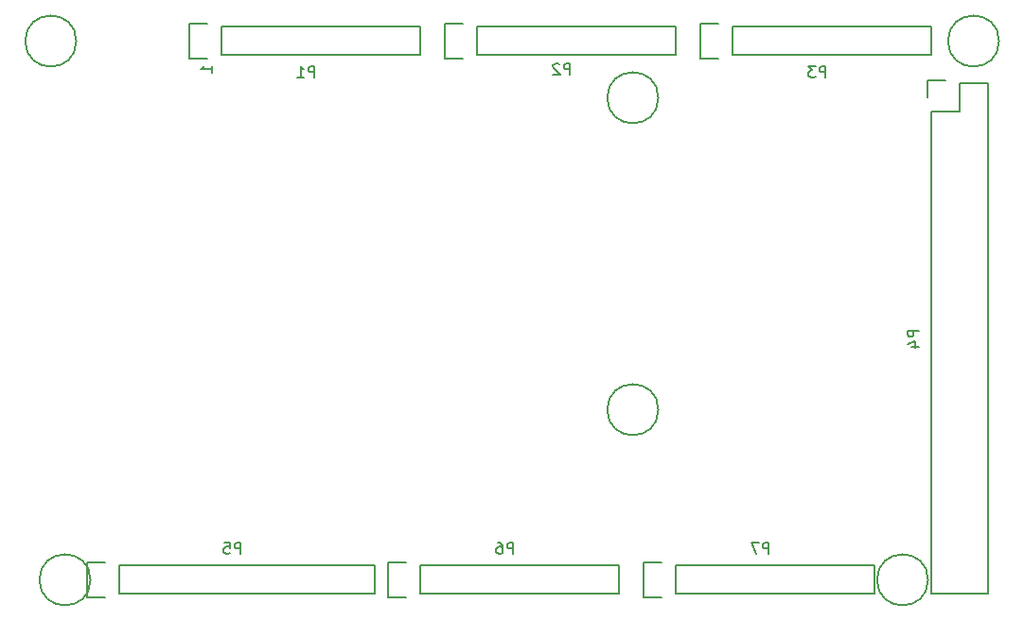
<source format=gbr>
G04 #@! TF.GenerationSoftware,KiCad,Pcbnew,(5.0.0-rc3)*
G04 #@! TF.CreationDate,2018-09-21T21:08:00-07:00*
G04 #@! TF.ProjectId,PCV MATOME MAIN V5-KICAD 5.0,504356204D41544F4D45204D41494E20,rev?*
G04 #@! TF.SameCoordinates,Original*
G04 #@! TF.FileFunction,Legend,Bot*
G04 #@! TF.FilePolarity,Positive*
%FSLAX46Y46*%
G04 Gerber Fmt 4.6, Leading zero omitted, Abs format (unit mm)*
G04 Created by KiCad (PCBNEW (5.0.0-rc3)) date 09/21/18 21:08:00*
%MOMM*%
%LPD*%
G01*
G04 APERTURE LIST*
%ADD10C,0.150000*%
G04 APERTURE END LIST*
D10*
X131761896Y-73758223D02*
X131761896Y-73186794D01*
X131761896Y-73472509D02*
X130761896Y-73472509D01*
X130904754Y-73377270D01*
X130999992Y-73282032D01*
X131047611Y-73186794D01*
G04 #@! TO.C,P4*
X201159516Y-74742509D02*
X201159516Y-120462509D01*
X196079516Y-120462509D02*
X196079516Y-77282509D01*
X201159516Y-120462509D02*
X196079516Y-120462509D01*
X201159516Y-74742509D02*
X198619516Y-74742509D01*
X195799516Y-76012509D02*
X195799516Y-74462509D01*
X198619516Y-74742509D02*
X198619516Y-77282509D01*
X198619516Y-77282509D02*
X196079516Y-77282509D01*
X195799516Y-74462509D02*
X197349516Y-74462509D01*
G04 #@! TO.C,P1*
X132579516Y-69662509D02*
X150359516Y-69662509D01*
X150359516Y-69662509D02*
X150359516Y-72202509D01*
X150359516Y-72202509D02*
X132579516Y-72202509D01*
X129759516Y-69382509D02*
X131309516Y-69382509D01*
X132579516Y-69662509D02*
X132579516Y-72202509D01*
X131309516Y-72482509D02*
X129759516Y-72482509D01*
X129759516Y-72482509D02*
X129759516Y-69382509D01*
G04 #@! TO.C,P2*
X155439516Y-69662509D02*
X173219516Y-69662509D01*
X173219516Y-69662509D02*
X173219516Y-72202509D01*
X173219516Y-72202509D02*
X155439516Y-72202509D01*
X152619516Y-69382509D02*
X154169516Y-69382509D01*
X155439516Y-69662509D02*
X155439516Y-72202509D01*
X154169516Y-72482509D02*
X152619516Y-72482509D01*
X152619516Y-72482509D02*
X152619516Y-69382509D01*
G04 #@! TO.C,P3*
X178299516Y-69662509D02*
X196079516Y-69662509D01*
X196079516Y-69662509D02*
X196079516Y-72202509D01*
X196079516Y-72202509D02*
X178299516Y-72202509D01*
X175479516Y-69382509D02*
X177029516Y-69382509D01*
X178299516Y-69662509D02*
X178299516Y-72202509D01*
X177029516Y-72482509D02*
X175479516Y-72482509D01*
X175479516Y-72482509D02*
X175479516Y-69382509D01*
G04 #@! TO.C,P5*
X123435516Y-117922509D02*
X146295516Y-117922509D01*
X146295516Y-117922509D02*
X146295516Y-120462509D01*
X146295516Y-120462509D02*
X123435516Y-120462509D01*
X120615516Y-117642509D02*
X122165516Y-117642509D01*
X123435516Y-117922509D02*
X123435516Y-120462509D01*
X122165516Y-120742509D02*
X120615516Y-120742509D01*
X120615516Y-120742509D02*
X120615516Y-117642509D01*
G04 #@! TO.C,P6*
X150359516Y-117922509D02*
X168139516Y-117922509D01*
X168139516Y-117922509D02*
X168139516Y-120462509D01*
X168139516Y-120462509D02*
X150359516Y-120462509D01*
X147539516Y-117642509D02*
X149089516Y-117642509D01*
X150359516Y-117922509D02*
X150359516Y-120462509D01*
X149089516Y-120742509D02*
X147539516Y-120742509D01*
X147539516Y-120742509D02*
X147539516Y-117642509D01*
G04 #@! TO.C,P7*
X173219516Y-117922509D02*
X190999516Y-117922509D01*
X190999516Y-117922509D02*
X190999516Y-120462509D01*
X190999516Y-120462509D02*
X173219516Y-120462509D01*
X170399516Y-117642509D02*
X171949516Y-117642509D01*
X173219516Y-117922509D02*
X173219516Y-120462509D01*
X171949516Y-120742509D02*
X170399516Y-120742509D01*
X170399516Y-120742509D02*
X170399516Y-117642509D01*
G04 #@! TO.C,P8*
X119625516Y-70932509D02*
G75*
G03X119625516Y-70932509I-2286000J0D01*
G01*
G04 #@! TO.C,P9*
X171695516Y-76012509D02*
G75*
G03X171695516Y-76012509I-2286000J0D01*
G01*
G04 #@! TO.C,P10*
X202175516Y-70932509D02*
G75*
G03X202175516Y-70932509I-2286000J0D01*
G01*
G04 #@! TO.C,P11*
X120895516Y-119192509D02*
G75*
G03X120895516Y-119192509I-2286000J0D01*
G01*
G04 #@! TO.C,P12*
X171695516Y-103952509D02*
G75*
G03X171695516Y-103952509I-2286000J0D01*
G01*
G04 #@! TO.C,P13*
X195825516Y-119192509D02*
G75*
G03X195825516Y-119192509I-2286000J0D01*
G01*
G04 #@! TO.C,P4*
X195007896Y-96864413D02*
X194007896Y-96864413D01*
X194007896Y-97245366D01*
X194055516Y-97340604D01*
X194103135Y-97388223D01*
X194198373Y-97435842D01*
X194341230Y-97435842D01*
X194436468Y-97388223D01*
X194484087Y-97340604D01*
X194531706Y-97245366D01*
X194531706Y-96864413D01*
X194341230Y-98292985D02*
X195007896Y-98292985D01*
X193960277Y-98054889D02*
X194674563Y-97816794D01*
X194674563Y-98435842D01*
G04 #@! TO.C,P1*
X140937611Y-74178889D02*
X140937611Y-73178889D01*
X140556658Y-73178889D01*
X140461420Y-73226509D01*
X140413801Y-73274128D01*
X140366182Y-73369366D01*
X140366182Y-73512223D01*
X140413801Y-73607461D01*
X140461420Y-73655080D01*
X140556658Y-73702699D01*
X140937611Y-73702699D01*
X139413801Y-74178889D02*
X139985230Y-74178889D01*
X139699515Y-74178889D02*
X139699515Y-73178889D01*
X139794754Y-73321747D01*
X139889992Y-73416985D01*
X139985230Y-73464604D01*
G04 #@! TO.C,P2*
X163797611Y-73924889D02*
X163797611Y-72924889D01*
X163416658Y-72924889D01*
X163321420Y-72972509D01*
X163273801Y-73020128D01*
X163226182Y-73115366D01*
X163226182Y-73258223D01*
X163273801Y-73353461D01*
X163321420Y-73401080D01*
X163416658Y-73448699D01*
X163797611Y-73448699D01*
X162845230Y-73020128D02*
X162797611Y-72972509D01*
X162702373Y-72924889D01*
X162464277Y-72924889D01*
X162369039Y-72972509D01*
X162321420Y-73020128D01*
X162273801Y-73115366D01*
X162273801Y-73210604D01*
X162321420Y-73353461D01*
X162892849Y-73924889D01*
X162273801Y-73924889D01*
G04 #@! TO.C,P3*
X186657611Y-74178889D02*
X186657611Y-73178889D01*
X186276658Y-73178889D01*
X186181420Y-73226509D01*
X186133801Y-73274128D01*
X186086182Y-73369366D01*
X186086182Y-73512223D01*
X186133801Y-73607461D01*
X186181420Y-73655080D01*
X186276658Y-73702699D01*
X186657611Y-73702699D01*
X185752849Y-73178889D02*
X185133801Y-73178889D01*
X185467135Y-73559842D01*
X185324277Y-73559842D01*
X185229039Y-73607461D01*
X185181420Y-73655080D01*
X185133801Y-73750318D01*
X185133801Y-73988413D01*
X185181420Y-74083651D01*
X185229039Y-74131270D01*
X185324277Y-74178889D01*
X185609992Y-74178889D01*
X185705230Y-74131270D01*
X185752849Y-74083651D01*
G04 #@! TO.C,P5*
X134333611Y-116850889D02*
X134333611Y-115850889D01*
X133952658Y-115850889D01*
X133857420Y-115898509D01*
X133809801Y-115946128D01*
X133762182Y-116041366D01*
X133762182Y-116184223D01*
X133809801Y-116279461D01*
X133857420Y-116327080D01*
X133952658Y-116374699D01*
X134333611Y-116374699D01*
X132857420Y-115850889D02*
X133333611Y-115850889D01*
X133381230Y-116327080D01*
X133333611Y-116279461D01*
X133238373Y-116231842D01*
X133000277Y-116231842D01*
X132905039Y-116279461D01*
X132857420Y-116327080D01*
X132809801Y-116422318D01*
X132809801Y-116660413D01*
X132857420Y-116755651D01*
X132905039Y-116803270D01*
X133000277Y-116850889D01*
X133238373Y-116850889D01*
X133333611Y-116803270D01*
X133381230Y-116755651D01*
G04 #@! TO.C,P6*
X158717611Y-116850889D02*
X158717611Y-115850889D01*
X158336658Y-115850889D01*
X158241420Y-115898509D01*
X158193801Y-115946128D01*
X158146182Y-116041366D01*
X158146182Y-116184223D01*
X158193801Y-116279461D01*
X158241420Y-116327080D01*
X158336658Y-116374699D01*
X158717611Y-116374699D01*
X157289039Y-115850889D02*
X157479515Y-115850889D01*
X157574754Y-115898509D01*
X157622373Y-115946128D01*
X157717611Y-116088985D01*
X157765230Y-116279461D01*
X157765230Y-116660413D01*
X157717611Y-116755651D01*
X157669992Y-116803270D01*
X157574754Y-116850889D01*
X157384277Y-116850889D01*
X157289039Y-116803270D01*
X157241420Y-116755651D01*
X157193801Y-116660413D01*
X157193801Y-116422318D01*
X157241420Y-116327080D01*
X157289039Y-116279461D01*
X157384277Y-116231842D01*
X157574754Y-116231842D01*
X157669992Y-116279461D01*
X157717611Y-116327080D01*
X157765230Y-116422318D01*
G04 #@! TO.C,P7*
X181577611Y-116850889D02*
X181577611Y-115850889D01*
X181196658Y-115850889D01*
X181101420Y-115898509D01*
X181053801Y-115946128D01*
X181006182Y-116041366D01*
X181006182Y-116184223D01*
X181053801Y-116279461D01*
X181101420Y-116327080D01*
X181196658Y-116374699D01*
X181577611Y-116374699D01*
X180672849Y-115850889D02*
X180006182Y-115850889D01*
X180434754Y-116850889D01*
G04 #@! TD*
M02*

</source>
